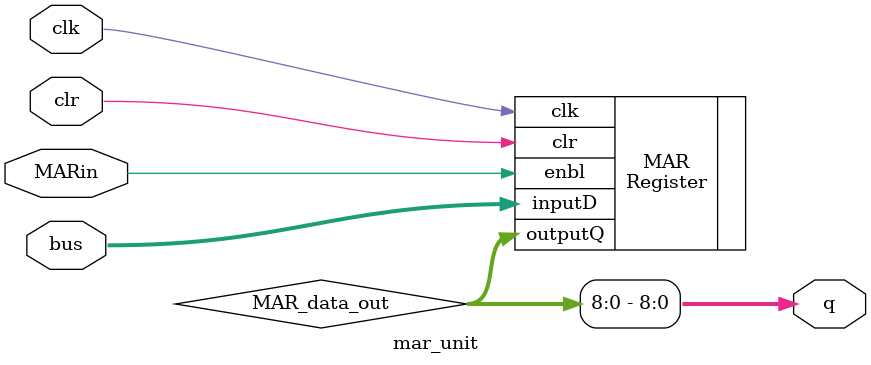
<source format=v>
module mar_unit(
  input wire MARin,     // Input to the general register MAR
  input wire clk,       // Clock signal
  input wire clr,       // Reset signal
  input wire [31:0] bus,   // Contents of the bus
  output [8:0] q        // Output representing the lower 9 bits of the MAR register
);
  
  wire [31:0] MAR_data_out;    // Create a wire to store the output of the MAR register

  // Instantiate a general register called MAR
  Register MAR(.enbl(MARin), .clk(clk), .clr(clr), .inputD(bus), .outputQ(MAR_data_out));

  // Assign the lower 9 bits of the MAR register output to the output q
  assign q = MAR_data_out[8:0];

endmodule
</source>
